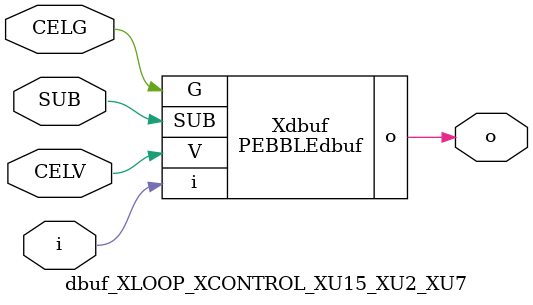
<source format=v>



module PEBBLEdbuf ( o, G, SUB, V, i );

  input V;
  input i;
  input G;
  output o;
  input SUB;
endmodule

//Celera Confidential Do Not Copy dbuf_XLOOP_XCONTROL_XU15_XU2_XU7
//Celera Confidential Symbol Generator
//Digital Buffer
module dbuf_XLOOP_XCONTROL_XU15_XU2_XU7 (CELV,CELG,i,o,SUB);
input CELV;
input CELG;
input i;
input SUB;
output o;

//Celera Confidential Do Not Copy dbuf
PEBBLEdbuf Xdbuf(
.V (CELV),
.i (i),
.o (o),
.SUB (SUB),
.G (CELG)
);
//,diesize,PEBBLEdbuf

//Celera Confidential Do Not Copy Module End
//Celera Schematic Generator
endmodule

</source>
